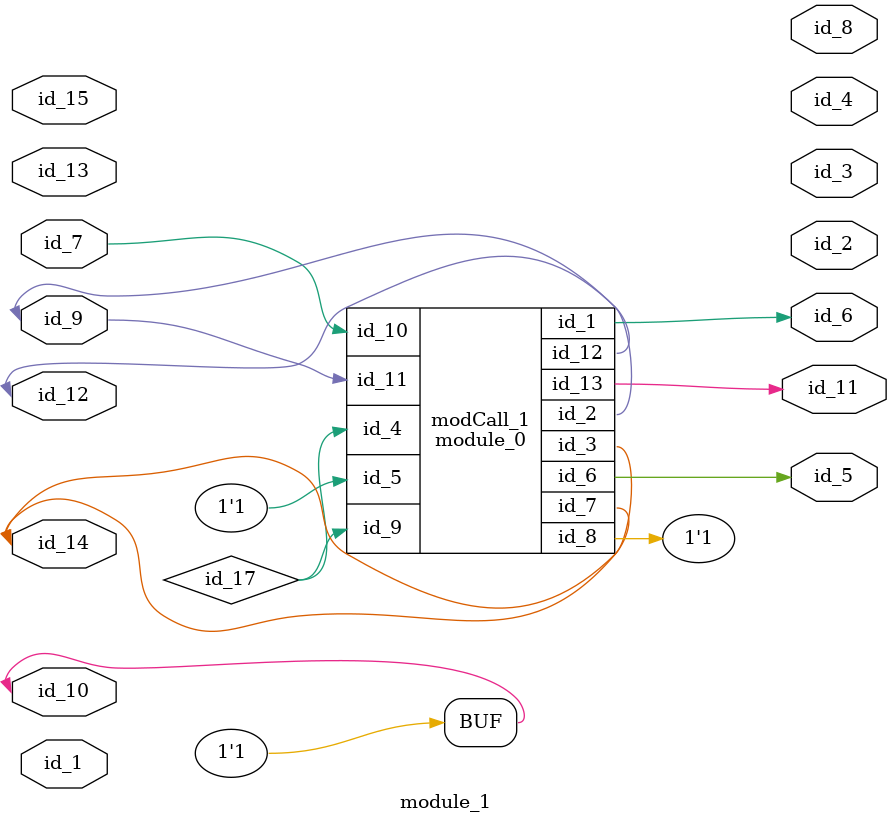
<source format=v>
module module_0 (
    id_1,
    id_2,
    id_3,
    id_4,
    id_5,
    id_6,
    id_7,
    id_8,
    id_9,
    id_10,
    id_11,
    id_12,
    id_13
);
  output wire id_13;
  output wire id_12;
  input wire id_11;
  input wire id_10;
  input wire id_9;
  output wire id_8;
  inout wire id_7;
  output wire id_6;
  input wire id_5;
  input wire id_4;
  inout wire id_3;
  output wire id_2;
  output wire id_1;
  assign id_6 = 1;
endmodule
module module_1 (
    id_1,
    id_2,
    id_3,
    id_4,
    id_5,
    id_6,
    id_7,
    id_8,
    id_9,
    id_10,
    id_11,
    id_12,
    id_13,
    id_14,
    id_15
);
  input wire id_15;
  inout wire id_14;
  input wire id_13;
  inout wire id_12;
  output wire id_11;
  inout wire id_10;
  inout wire id_9;
  output wire id_8;
  input wire id_7;
  output wire id_6;
  output wire id_5;
  output wire id_4;
  output wire id_3;
  output wire id_2;
  inout wire id_1;
  wire id_16;
  wire id_17;
  module_0 modCall_1 (
      id_6,
      id_12,
      id_14,
      id_17,
      id_10,
      id_5,
      id_14,
      id_10,
      id_17,
      id_7,
      id_9,
      id_9,
      id_11
  );
  wire id_18, id_19, id_20, id_21, id_22;
  assign id_10 = 1;
endmodule

</source>
